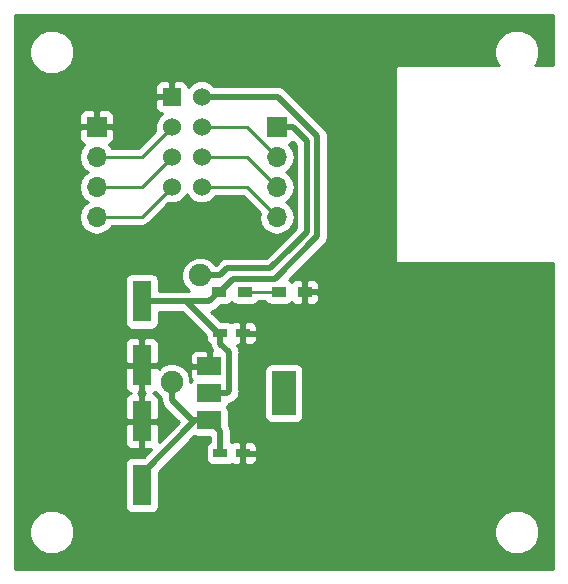
<source format=gtl>
G04 #@! TF.GenerationSoftware,KiCad,Pcbnew,(5.0.0)*
G04 #@! TF.CreationDate,2020-10-27T08:58:59-05:00*
G04 #@! TF.ProjectId,breakout_firstproject,627265616B6F75745F66697273747072,1.0*
G04 #@! TF.SameCoordinates,Original*
G04 #@! TF.FileFunction,Copper,L1,Top,Signal*
G04 #@! TF.FilePolarity,Positive*
%FSLAX46Y46*%
G04 Gerber Fmt 4.6, Leading zero omitted, Abs format (unit mm)*
G04 Created by KiCad (PCBNEW (5.0.0)) date 10/27/20 08:58:59*
%MOMM*%
%LPD*%
G01*
G04 APERTURE LIST*
G04 #@! TA.AperFunction,SMDPad,CuDef*
%ADD10R,1.600000X3.500000*%
G04 #@! TD*
G04 #@! TA.AperFunction,SMDPad,CuDef*
%ADD11R,1.200000X0.750000*%
G04 #@! TD*
G04 #@! TA.AperFunction,SMDPad,CuDef*
%ADD12R,1.200000X0.900000*%
G04 #@! TD*
G04 #@! TA.AperFunction,ComponentPad*
%ADD13O,1.700000X1.700000*%
G04 #@! TD*
G04 #@! TA.AperFunction,ComponentPad*
%ADD14R,1.700000X1.700000*%
G04 #@! TD*
G04 #@! TA.AperFunction,ComponentPad*
%ADD15R,1.524000X1.524000*%
G04 #@! TD*
G04 #@! TA.AperFunction,ComponentPad*
%ADD16C,1.524000*%
G04 #@! TD*
G04 #@! TA.AperFunction,SMDPad,CuDef*
%ADD17R,2.000000X1.500000*%
G04 #@! TD*
G04 #@! TA.AperFunction,SMDPad,CuDef*
%ADD18R,2.000000X3.800000*%
G04 #@! TD*
G04 #@! TA.AperFunction,ViaPad*
%ADD19C,1.905000*%
G04 #@! TD*
G04 #@! TA.AperFunction,Conductor*
%ADD20C,0.508000*%
G04 #@! TD*
G04 #@! TA.AperFunction,Conductor*
%ADD21C,0.250000*%
G04 #@! TD*
G04 #@! TA.AperFunction,Conductor*
%ADD22C,0.254000*%
G04 #@! TD*
G04 APERTURE END LIST*
D10*
G04 #@! TO.P,C1,2*
G04 #@! TO.N,GND*
X154940000Y-99850000D03*
G04 #@! TO.P,C1,1*
G04 #@! TO.N,VCC*
X154940000Y-105250000D03*
G04 #@! TD*
D11*
G04 #@! TO.P,C2,2*
G04 #@! TO.N,GND*
X163510000Y-102550000D03*
G04 #@! TO.P,C2,1*
G04 #@! TO.N,VCC*
X161610000Y-102550000D03*
G04 #@! TD*
D10*
G04 #@! TO.P,C3,1*
G04 #@! TO.N,+3V3*
X154940000Y-89690000D03*
G04 #@! TO.P,C3,2*
G04 #@! TO.N,GND*
X154940000Y-95090000D03*
G04 #@! TD*
D11*
G04 #@! TO.P,C4,1*
G04 #@! TO.N,+3V3*
X161610000Y-92390000D03*
G04 #@! TO.P,C4,2*
G04 #@! TO.N,GND*
X163510000Y-92390000D03*
G04 #@! TD*
D12*
G04 #@! TO.P,D1,2*
G04 #@! TO.N,+3V3*
X161460000Y-88900000D03*
G04 #@! TO.P,D1,1*
G04 #@! TO.N,Net-(D1-Pad1)*
X163660000Y-88900000D03*
G04 #@! TD*
D13*
G04 #@! TO.P,J1,4*
G04 #@! TO.N,MISO*
X151130000Y-82550000D03*
G04 #@! TO.P,J1,3*
G04 #@! TO.N,SCK*
X151130000Y-80010000D03*
G04 #@! TO.P,J1,2*
G04 #@! TO.N,CE*
X151130000Y-77470000D03*
D14*
G04 #@! TO.P,J1,1*
G04 #@! TO.N,GND*
X151130000Y-74930000D03*
G04 #@! TD*
G04 #@! TO.P,J2,1*
G04 #@! TO.N,VCC*
X166370000Y-74930000D03*
D13*
G04 #@! TO.P,J2,2*
G04 #@! TO.N,CSN*
X166370000Y-77470000D03*
G04 #@! TO.P,J2,3*
G04 #@! TO.N,MOSI*
X166370000Y-80010000D03*
G04 #@! TO.P,J2,4*
G04 #@! TO.N,IRQ*
X166370000Y-82550000D03*
G04 #@! TD*
D12*
G04 #@! TO.P,R1,2*
G04 #@! TO.N,GND*
X168740000Y-88900000D03*
G04 #@! TO.P,R1,1*
G04 #@! TO.N,Net-(D1-Pad1)*
X166540000Y-88900000D03*
G04 #@! TD*
D15*
G04 #@! TO.P,U1,1*
G04 #@! TO.N,GND*
X157480000Y-72390000D03*
D16*
G04 #@! TO.P,U1,2*
G04 #@! TO.N,+3V3*
X160020000Y-72390000D03*
G04 #@! TO.P,U1,3*
G04 #@! TO.N,CE*
X157480000Y-74930000D03*
G04 #@! TO.P,U1,4*
G04 #@! TO.N,CSN*
X160020000Y-74930000D03*
G04 #@! TO.P,U1,5*
G04 #@! TO.N,SCK*
X157480000Y-77470000D03*
G04 #@! TO.P,U1,6*
G04 #@! TO.N,MOSI*
X160020000Y-77470000D03*
G04 #@! TO.P,U1,7*
G04 #@! TO.N,MISO*
X157480000Y-80010000D03*
G04 #@! TO.P,U1,8*
G04 #@! TO.N,IRQ*
X160020000Y-80010000D03*
G04 #@! TD*
D17*
G04 #@! TO.P,U2,1*
G04 #@! TO.N,GND*
X160680000Y-95170000D03*
G04 #@! TO.P,U2,3*
G04 #@! TO.N,VCC*
X160680000Y-99770000D03*
G04 #@! TO.P,U2,2*
G04 #@! TO.N,+3V3*
X160680000Y-97470000D03*
D18*
G04 #@! TO.P,U2,4*
G04 #@! TO.N,N/C*
X166980000Y-97470000D03*
G04 #@! TD*
D19*
G04 #@! TO.N,VCC*
X159892185Y-87505228D03*
X157480000Y-96520000D03*
G04 #@! TD*
D20*
G04 #@! TO.N,VCC*
X161610000Y-100700000D02*
X160680000Y-99770000D01*
X161610000Y-102550000D02*
X161610000Y-100700000D01*
X159470000Y-99770000D02*
X160680000Y-99770000D01*
X154940000Y-104300000D02*
X159470000Y-99770000D01*
X154940000Y-105250000D02*
X154940000Y-104300000D01*
X166370000Y-74930000D02*
X167728000Y-74930000D01*
X167728000Y-74930000D02*
X168910000Y-76112000D01*
X168910000Y-76112000D02*
X168910000Y-83820000D01*
X168910000Y-83820000D02*
X167640000Y-85090000D01*
X165842012Y-86887988D02*
X162160689Y-86887988D01*
X162160689Y-86887988D02*
X161543449Y-87505228D01*
X167640000Y-85090000D02*
X165842012Y-86887988D01*
X161543449Y-87505228D02*
X159892185Y-87505228D01*
X159172000Y-99770000D02*
X160680000Y-99770000D01*
X157480000Y-98078000D02*
X159172000Y-99770000D01*
X157480000Y-96520000D02*
X157480000Y-98078000D01*
G04 #@! TO.N,+3V3*
X160670000Y-89690000D02*
X161460000Y-88900000D01*
X158750000Y-89755000D02*
X158750000Y-89690000D01*
X161385000Y-92390000D02*
X158750000Y-89755000D01*
X161610000Y-92390000D02*
X161385000Y-92390000D01*
X154940000Y-89690000D02*
X158750000Y-89690000D01*
X158750000Y-89690000D02*
X160670000Y-89690000D01*
X161610000Y-93273000D02*
X161610000Y-92390000D01*
X162334001Y-93997001D02*
X161610000Y-93273000D01*
X162334001Y-97323999D02*
X162334001Y-93997001D01*
X162188000Y-97470000D02*
X162334001Y-97323999D01*
X160680000Y-97470000D02*
X162188000Y-97470000D01*
X162714001Y-87795999D02*
X161610000Y-88900000D01*
X160020000Y-72390000D02*
X166472121Y-72390000D01*
X161610000Y-88900000D02*
X161460000Y-88900000D01*
X166218122Y-87795999D02*
X162714001Y-87795999D01*
X169818011Y-84196110D02*
X166218122Y-87795999D01*
X169818011Y-75735890D02*
X169818011Y-84196110D01*
X166472121Y-72390000D02*
X169818011Y-75735890D01*
D21*
G04 #@! TO.N,Net-(D1-Pad1)*
X163660000Y-88900000D02*
X166540000Y-88900000D01*
G04 #@! TO.N,MISO*
X154940000Y-82550000D02*
X157480000Y-80010000D01*
X151130000Y-82550000D02*
X154940000Y-82550000D01*
G04 #@! TO.N,SCK*
X154940000Y-80010000D02*
X157480000Y-77470000D01*
X151130000Y-80010000D02*
X154940000Y-80010000D01*
G04 #@! TO.N,CE*
X154940000Y-77470000D02*
X157480000Y-74930000D01*
X151130000Y-77470000D02*
X154940000Y-77470000D01*
G04 #@! TO.N,CSN*
X163830000Y-74930000D02*
X166370000Y-77470000D01*
X160020000Y-74930000D02*
X163830000Y-74930000D01*
G04 #@! TO.N,MOSI*
X163830000Y-77470000D02*
X166370000Y-80010000D01*
X160020000Y-77470000D02*
X163830000Y-77470000D01*
G04 #@! TO.N,IRQ*
X163830000Y-80010000D02*
X166370000Y-82550000D01*
X160020000Y-80010000D02*
X163830000Y-80010000D01*
G04 #@! TD*
D22*
G04 #@! TO.N,GND*
G36*
X189790000Y-69723000D02*
X188212793Y-69723000D01*
X188288026Y-69647767D01*
X188575000Y-68954950D01*
X188575000Y-68205050D01*
X188288026Y-67512233D01*
X187757767Y-66981974D01*
X187064950Y-66695000D01*
X186315050Y-66695000D01*
X185622233Y-66981974D01*
X185091974Y-67512233D01*
X184805000Y-68205050D01*
X184805000Y-68954950D01*
X185091974Y-69647767D01*
X185167207Y-69723000D01*
X176530000Y-69723000D01*
X176481399Y-69732667D01*
X176440197Y-69760197D01*
X176412667Y-69801399D01*
X176403000Y-69850000D01*
X176403000Y-86360000D01*
X176412667Y-86408601D01*
X176440197Y-86449803D01*
X176481399Y-86477333D01*
X176530000Y-86487000D01*
X189790000Y-86487000D01*
X189790001Y-112320000D01*
X144220000Y-112320000D01*
X144220000Y-108845050D01*
X145435000Y-108845050D01*
X145435000Y-109594950D01*
X145721974Y-110287767D01*
X146252233Y-110818026D01*
X146945050Y-111105000D01*
X147694950Y-111105000D01*
X148387767Y-110818026D01*
X148918026Y-110287767D01*
X149205000Y-109594950D01*
X149205000Y-108845050D01*
X184805000Y-108845050D01*
X184805000Y-109594950D01*
X185091974Y-110287767D01*
X185622233Y-110818026D01*
X186315050Y-111105000D01*
X187064950Y-111105000D01*
X187757767Y-110818026D01*
X188288026Y-110287767D01*
X188575000Y-109594950D01*
X188575000Y-108845050D01*
X188288026Y-108152233D01*
X187757767Y-107621974D01*
X187064950Y-107335000D01*
X186315050Y-107335000D01*
X185622233Y-107621974D01*
X185091974Y-108152233D01*
X184805000Y-108845050D01*
X149205000Y-108845050D01*
X148918026Y-108152233D01*
X148387767Y-107621974D01*
X147694950Y-107335000D01*
X146945050Y-107335000D01*
X146252233Y-107621974D01*
X145721974Y-108152233D01*
X145435000Y-108845050D01*
X144220000Y-108845050D01*
X144220000Y-100135750D01*
X153505000Y-100135750D01*
X153505000Y-101726309D01*
X153601673Y-101959698D01*
X153780301Y-102138327D01*
X154013690Y-102235000D01*
X154654250Y-102235000D01*
X154813000Y-102076250D01*
X154813000Y-99977000D01*
X153663750Y-99977000D01*
X153505000Y-100135750D01*
X144220000Y-100135750D01*
X144220000Y-95375750D01*
X153505000Y-95375750D01*
X153505000Y-96966309D01*
X153601673Y-97199698D01*
X153780301Y-97378327D01*
X154001619Y-97470000D01*
X153780301Y-97561673D01*
X153601673Y-97740302D01*
X153505000Y-97973691D01*
X153505000Y-99564250D01*
X153663750Y-99723000D01*
X154813000Y-99723000D01*
X154813000Y-97623750D01*
X154659250Y-97470000D01*
X154813000Y-97316250D01*
X154813000Y-95217000D01*
X153663750Y-95217000D01*
X153505000Y-95375750D01*
X144220000Y-95375750D01*
X144220000Y-93213691D01*
X153505000Y-93213691D01*
X153505000Y-94804250D01*
X153663750Y-94963000D01*
X154813000Y-94963000D01*
X154813000Y-92863750D01*
X155067000Y-92863750D01*
X155067000Y-94963000D01*
X156216250Y-94963000D01*
X156375000Y-94804250D01*
X156375000Y-94293690D01*
X159045000Y-94293690D01*
X159045000Y-94884250D01*
X159203750Y-95043000D01*
X160553000Y-95043000D01*
X160553000Y-93943750D01*
X160394250Y-93785000D01*
X159553691Y-93785000D01*
X159320302Y-93881673D01*
X159141673Y-94060301D01*
X159045000Y-94293690D01*
X156375000Y-94293690D01*
X156375000Y-93213691D01*
X156278327Y-92980302D01*
X156099699Y-92801673D01*
X155866310Y-92705000D01*
X155225750Y-92705000D01*
X155067000Y-92863750D01*
X154813000Y-92863750D01*
X154654250Y-92705000D01*
X154013690Y-92705000D01*
X153780301Y-92801673D01*
X153601673Y-92980302D01*
X153505000Y-93213691D01*
X144220000Y-93213691D01*
X144220000Y-77470000D01*
X149615908Y-77470000D01*
X149731161Y-78049418D01*
X150059375Y-78540625D01*
X150357761Y-78740000D01*
X150059375Y-78939375D01*
X149731161Y-79430582D01*
X149615908Y-80010000D01*
X149731161Y-80589418D01*
X150059375Y-81080625D01*
X150357761Y-81280000D01*
X150059375Y-81479375D01*
X149731161Y-81970582D01*
X149615908Y-82550000D01*
X149731161Y-83129418D01*
X150059375Y-83620625D01*
X150550582Y-83948839D01*
X150983744Y-84035000D01*
X151276256Y-84035000D01*
X151709418Y-83948839D01*
X152200625Y-83620625D01*
X152408178Y-83310000D01*
X154865153Y-83310000D01*
X154940000Y-83324888D01*
X155014847Y-83310000D01*
X155014852Y-83310000D01*
X155236537Y-83265904D01*
X155487929Y-83097929D01*
X155530331Y-83034470D01*
X157170782Y-81394020D01*
X157202119Y-81407000D01*
X157757881Y-81407000D01*
X158271337Y-81194320D01*
X158664320Y-80801337D01*
X158750000Y-80594487D01*
X158835680Y-80801337D01*
X159228663Y-81194320D01*
X159742119Y-81407000D01*
X160297881Y-81407000D01*
X160811337Y-81194320D01*
X161204320Y-80801337D01*
X161217300Y-80770000D01*
X163515199Y-80770000D01*
X164928791Y-82183593D01*
X164855908Y-82550000D01*
X164971161Y-83129418D01*
X165299375Y-83620625D01*
X165790582Y-83948839D01*
X166223744Y-84035000D01*
X166516256Y-84035000D01*
X166949418Y-83948839D01*
X167440625Y-83620625D01*
X167768839Y-83129418D01*
X167884092Y-82550000D01*
X167768839Y-81970582D01*
X167440625Y-81479375D01*
X167142239Y-81280000D01*
X167440625Y-81080625D01*
X167768839Y-80589418D01*
X167884092Y-80010000D01*
X167768839Y-79430582D01*
X167440625Y-78939375D01*
X167142239Y-78740000D01*
X167440625Y-78540625D01*
X167768839Y-78049418D01*
X167884092Y-77470000D01*
X167768839Y-76890582D01*
X167440625Y-76399375D01*
X167422381Y-76387184D01*
X167467765Y-76378157D01*
X167677809Y-76237809D01*
X167718170Y-76177405D01*
X168021000Y-76480236D01*
X168021001Y-83451763D01*
X167073296Y-84399469D01*
X167073293Y-84399471D01*
X165473777Y-85998988D01*
X162248243Y-85998988D01*
X162160688Y-85981572D01*
X162073133Y-85998988D01*
X161813819Y-86050569D01*
X161519756Y-86247055D01*
X161470159Y-86321282D01*
X161211732Y-86579710D01*
X160791432Y-86159410D01*
X160207958Y-85917728D01*
X159576412Y-85917728D01*
X158992938Y-86159410D01*
X158546367Y-86605981D01*
X158304685Y-87189455D01*
X158304685Y-87821001D01*
X158546367Y-88404475D01*
X158942892Y-88801000D01*
X158837556Y-88801000D01*
X158750000Y-88783584D01*
X158662444Y-88801000D01*
X156387440Y-88801000D01*
X156387440Y-87940000D01*
X156338157Y-87692235D01*
X156197809Y-87482191D01*
X155987765Y-87341843D01*
X155740000Y-87292560D01*
X154140000Y-87292560D01*
X153892235Y-87341843D01*
X153682191Y-87482191D01*
X153541843Y-87692235D01*
X153492560Y-87940000D01*
X153492560Y-91440000D01*
X153541843Y-91687765D01*
X153682191Y-91897809D01*
X153892235Y-92038157D01*
X154140000Y-92087440D01*
X155740000Y-92087440D01*
X155987765Y-92038157D01*
X156197809Y-91897809D01*
X156338157Y-91687765D01*
X156387440Y-91440000D01*
X156387440Y-90579000D01*
X158316765Y-90579000D01*
X160362560Y-92624796D01*
X160362560Y-92765000D01*
X160411843Y-93012765D01*
X160552191Y-93222809D01*
X160715276Y-93331780D01*
X160721000Y-93360555D01*
X160772581Y-93619869D01*
X160916095Y-93834655D01*
X160807000Y-93943750D01*
X160807000Y-95043000D01*
X160827000Y-95043000D01*
X160827000Y-95297000D01*
X160807000Y-95297000D01*
X160807000Y-95317000D01*
X160553000Y-95317000D01*
X160553000Y-95297000D01*
X159203750Y-95297000D01*
X159045000Y-95455750D01*
X159045000Y-96046310D01*
X159141673Y-96279699D01*
X159182927Y-96320953D01*
X159081843Y-96472235D01*
X159067500Y-96544343D01*
X159067500Y-96204227D01*
X158825818Y-95620753D01*
X158379247Y-95174182D01*
X157795773Y-94932500D01*
X157164227Y-94932500D01*
X156580753Y-95174182D01*
X156375000Y-95379935D01*
X156375000Y-95375750D01*
X156216250Y-95217000D01*
X155067000Y-95217000D01*
X155067000Y-97316250D01*
X155220750Y-97470000D01*
X155067000Y-97623750D01*
X155067000Y-99723000D01*
X156216250Y-99723000D01*
X156375000Y-99564250D01*
X156375000Y-97973691D01*
X156278327Y-97740302D01*
X156099699Y-97561673D01*
X155878381Y-97470000D01*
X156099699Y-97378327D01*
X156112097Y-97365929D01*
X156134182Y-97419247D01*
X156580753Y-97865818D01*
X156591001Y-97870063D01*
X156591001Y-97990441D01*
X156573584Y-98078000D01*
X156632177Y-98372560D01*
X156642582Y-98424870D01*
X156839068Y-98718933D01*
X156913294Y-98768529D01*
X158063764Y-99919000D01*
X156375000Y-101607765D01*
X156375000Y-100135750D01*
X156216250Y-99977000D01*
X155067000Y-99977000D01*
X155067000Y-102076250D01*
X155225750Y-102235000D01*
X155747765Y-102235000D01*
X155130205Y-102852560D01*
X154140000Y-102852560D01*
X153892235Y-102901843D01*
X153682191Y-103042191D01*
X153541843Y-103252235D01*
X153492560Y-103500000D01*
X153492560Y-107000000D01*
X153541843Y-107247765D01*
X153682191Y-107457809D01*
X153892235Y-107598157D01*
X154140000Y-107647440D01*
X155740000Y-107647440D01*
X155987765Y-107598157D01*
X156197809Y-107457809D01*
X156338157Y-107247765D01*
X156387440Y-107000000D01*
X156387440Y-104109795D01*
X159400370Y-101096866D01*
X159432235Y-101118157D01*
X159680000Y-101167440D01*
X160721001Y-101167440D01*
X160721001Y-101604395D01*
X160552191Y-101717191D01*
X160411843Y-101927235D01*
X160362560Y-102175000D01*
X160362560Y-102925000D01*
X160411843Y-103172765D01*
X160552191Y-103382809D01*
X160762235Y-103523157D01*
X161010000Y-103572440D01*
X162210000Y-103572440D01*
X162457765Y-103523157D01*
X162549102Y-103462127D01*
X162550302Y-103463327D01*
X162783691Y-103560000D01*
X163224250Y-103560000D01*
X163383000Y-103401250D01*
X163383000Y-102677000D01*
X163637000Y-102677000D01*
X163637000Y-103401250D01*
X163795750Y-103560000D01*
X164236309Y-103560000D01*
X164469698Y-103463327D01*
X164648327Y-103284699D01*
X164745000Y-103051310D01*
X164745000Y-102835750D01*
X164586250Y-102677000D01*
X163637000Y-102677000D01*
X163383000Y-102677000D01*
X163363000Y-102677000D01*
X163363000Y-102423000D01*
X163383000Y-102423000D01*
X163383000Y-101698750D01*
X163637000Y-101698750D01*
X163637000Y-102423000D01*
X164586250Y-102423000D01*
X164745000Y-102264250D01*
X164745000Y-102048690D01*
X164648327Y-101815301D01*
X164469698Y-101636673D01*
X164236309Y-101540000D01*
X163795750Y-101540000D01*
X163637000Y-101698750D01*
X163383000Y-101698750D01*
X163224250Y-101540000D01*
X162783691Y-101540000D01*
X162550302Y-101636673D01*
X162549102Y-101637873D01*
X162499000Y-101604396D01*
X162499000Y-100787556D01*
X162516416Y-100700000D01*
X162447419Y-100353129D01*
X162327440Y-100173568D01*
X162327440Y-99020000D01*
X162278157Y-98772235D01*
X162176436Y-98620000D01*
X162278157Y-98467765D01*
X162300790Y-98353981D01*
X162534870Y-98307419D01*
X162828933Y-98110933D01*
X162878531Y-98036704D01*
X162900705Y-98014530D01*
X162974934Y-97964932D01*
X163171420Y-97670869D01*
X163223001Y-97411555D01*
X163223001Y-97411554D01*
X163240417Y-97323999D01*
X163223001Y-97236443D01*
X163223001Y-95570000D01*
X165332560Y-95570000D01*
X165332560Y-99370000D01*
X165381843Y-99617765D01*
X165522191Y-99827809D01*
X165732235Y-99968157D01*
X165980000Y-100017440D01*
X167980000Y-100017440D01*
X168227765Y-99968157D01*
X168437809Y-99827809D01*
X168578157Y-99617765D01*
X168627440Y-99370000D01*
X168627440Y-95570000D01*
X168578157Y-95322235D01*
X168437809Y-95112191D01*
X168227765Y-94971843D01*
X167980000Y-94922560D01*
X165980000Y-94922560D01*
X165732235Y-94971843D01*
X165522191Y-95112191D01*
X165381843Y-95322235D01*
X165332560Y-95570000D01*
X163223001Y-95570000D01*
X163223001Y-94084555D01*
X163240417Y-93997000D01*
X163198247Y-93785000D01*
X163171420Y-93650131D01*
X163004288Y-93400000D01*
X163224250Y-93400000D01*
X163383000Y-93241250D01*
X163383000Y-92517000D01*
X163637000Y-92517000D01*
X163637000Y-93241250D01*
X163795750Y-93400000D01*
X164236309Y-93400000D01*
X164469698Y-93303327D01*
X164648327Y-93124699D01*
X164745000Y-92891310D01*
X164745000Y-92675750D01*
X164586250Y-92517000D01*
X163637000Y-92517000D01*
X163383000Y-92517000D01*
X163363000Y-92517000D01*
X163363000Y-92263000D01*
X163383000Y-92263000D01*
X163383000Y-91538750D01*
X163637000Y-91538750D01*
X163637000Y-92263000D01*
X164586250Y-92263000D01*
X164745000Y-92104250D01*
X164745000Y-91888690D01*
X164648327Y-91655301D01*
X164469698Y-91476673D01*
X164236309Y-91380000D01*
X163795750Y-91380000D01*
X163637000Y-91538750D01*
X163383000Y-91538750D01*
X163224250Y-91380000D01*
X162783691Y-91380000D01*
X162550302Y-91476673D01*
X162549102Y-91477873D01*
X162457765Y-91416843D01*
X162210000Y-91367560D01*
X161619796Y-91367560D01*
X160819011Y-90566776D01*
X161016870Y-90527419D01*
X161310933Y-90330933D01*
X161360531Y-90256704D01*
X161619795Y-89997440D01*
X162060000Y-89997440D01*
X162307765Y-89948157D01*
X162517809Y-89807809D01*
X162560000Y-89744666D01*
X162602191Y-89807809D01*
X162812235Y-89948157D01*
X163060000Y-89997440D01*
X164260000Y-89997440D01*
X164507765Y-89948157D01*
X164717809Y-89807809D01*
X164816573Y-89660000D01*
X165383427Y-89660000D01*
X165482191Y-89807809D01*
X165692235Y-89948157D01*
X165940000Y-89997440D01*
X167140000Y-89997440D01*
X167387765Y-89948157D01*
X167597809Y-89807809D01*
X167638654Y-89746680D01*
X167780302Y-89888327D01*
X168013691Y-89985000D01*
X168454250Y-89985000D01*
X168613000Y-89826250D01*
X168613000Y-89027000D01*
X168867000Y-89027000D01*
X168867000Y-89826250D01*
X169025750Y-89985000D01*
X169466309Y-89985000D01*
X169699698Y-89888327D01*
X169878327Y-89709699D01*
X169975000Y-89476310D01*
X169975000Y-89185750D01*
X169816250Y-89027000D01*
X168867000Y-89027000D01*
X168613000Y-89027000D01*
X168593000Y-89027000D01*
X168593000Y-88773000D01*
X168613000Y-88773000D01*
X168613000Y-87973750D01*
X168867000Y-87973750D01*
X168867000Y-88773000D01*
X169816250Y-88773000D01*
X169975000Y-88614250D01*
X169975000Y-88323690D01*
X169878327Y-88090301D01*
X169699698Y-87911673D01*
X169466309Y-87815000D01*
X169025750Y-87815000D01*
X168867000Y-87973750D01*
X168613000Y-87973750D01*
X168454250Y-87815000D01*
X168013691Y-87815000D01*
X167780302Y-87911673D01*
X167638654Y-88053320D01*
X167597809Y-87992191D01*
X167406797Y-87864560D01*
X170384718Y-84886639D01*
X170458944Y-84837043D01*
X170655430Y-84542980D01*
X170707011Y-84283666D01*
X170707011Y-84283665D01*
X170724427Y-84196110D01*
X170707011Y-84108555D01*
X170707011Y-75823444D01*
X170724427Y-75735889D01*
X170691615Y-75570933D01*
X170655430Y-75389020D01*
X170458944Y-75094957D01*
X170384718Y-75045361D01*
X167162652Y-71823296D01*
X167113054Y-71749067D01*
X166818991Y-71552581D01*
X166559677Y-71501000D01*
X166559676Y-71501000D01*
X166472121Y-71483584D01*
X166384566Y-71501000D01*
X161106657Y-71501000D01*
X160811337Y-71205680D01*
X160297881Y-70993000D01*
X159742119Y-70993000D01*
X159228663Y-71205680D01*
X158877000Y-71557343D01*
X158877000Y-71501690D01*
X158780327Y-71268301D01*
X158601698Y-71089673D01*
X158368309Y-70993000D01*
X157765750Y-70993000D01*
X157607000Y-71151750D01*
X157607000Y-72263000D01*
X157627000Y-72263000D01*
X157627000Y-72517000D01*
X157607000Y-72517000D01*
X157607000Y-72537000D01*
X157353000Y-72537000D01*
X157353000Y-72517000D01*
X156241750Y-72517000D01*
X156083000Y-72675750D01*
X156083000Y-73278310D01*
X156179673Y-73511699D01*
X156358302Y-73690327D01*
X156591691Y-73787000D01*
X156647343Y-73787000D01*
X156295680Y-74138663D01*
X156083000Y-74652119D01*
X156083000Y-75207881D01*
X156095980Y-75239218D01*
X154625199Y-76710000D01*
X152408178Y-76710000D01*
X152200625Y-76399375D01*
X152178967Y-76384904D01*
X152339698Y-76318327D01*
X152518327Y-76139699D01*
X152615000Y-75906310D01*
X152615000Y-75215750D01*
X152456250Y-75057000D01*
X151257000Y-75057000D01*
X151257000Y-75077000D01*
X151003000Y-75077000D01*
X151003000Y-75057000D01*
X149803750Y-75057000D01*
X149645000Y-75215750D01*
X149645000Y-75906310D01*
X149741673Y-76139699D01*
X149920302Y-76318327D01*
X150081033Y-76384904D01*
X150059375Y-76399375D01*
X149731161Y-76890582D01*
X149615908Y-77470000D01*
X144220000Y-77470000D01*
X144220000Y-73953690D01*
X149645000Y-73953690D01*
X149645000Y-74644250D01*
X149803750Y-74803000D01*
X151003000Y-74803000D01*
X151003000Y-73603750D01*
X151257000Y-73603750D01*
X151257000Y-74803000D01*
X152456250Y-74803000D01*
X152615000Y-74644250D01*
X152615000Y-73953690D01*
X152518327Y-73720301D01*
X152339698Y-73541673D01*
X152106309Y-73445000D01*
X151415750Y-73445000D01*
X151257000Y-73603750D01*
X151003000Y-73603750D01*
X150844250Y-73445000D01*
X150153691Y-73445000D01*
X149920302Y-73541673D01*
X149741673Y-73720301D01*
X149645000Y-73953690D01*
X144220000Y-73953690D01*
X144220000Y-71501690D01*
X156083000Y-71501690D01*
X156083000Y-72104250D01*
X156241750Y-72263000D01*
X157353000Y-72263000D01*
X157353000Y-71151750D01*
X157194250Y-70993000D01*
X156591691Y-70993000D01*
X156358302Y-71089673D01*
X156179673Y-71268301D01*
X156083000Y-71501690D01*
X144220000Y-71501690D01*
X144220000Y-68205050D01*
X145435000Y-68205050D01*
X145435000Y-68954950D01*
X145721974Y-69647767D01*
X146252233Y-70178026D01*
X146945050Y-70465000D01*
X147694950Y-70465000D01*
X148387767Y-70178026D01*
X148918026Y-69647767D01*
X149205000Y-68954950D01*
X149205000Y-68205050D01*
X148918026Y-67512233D01*
X148387767Y-66981974D01*
X147694950Y-66695000D01*
X146945050Y-66695000D01*
X146252233Y-66981974D01*
X145721974Y-67512233D01*
X145435000Y-68205050D01*
X144220000Y-68205050D01*
X144220000Y-65480000D01*
X189790000Y-65480000D01*
X189790000Y-69723000D01*
X189790000Y-69723000D01*
G37*
X189790000Y-69723000D02*
X188212793Y-69723000D01*
X188288026Y-69647767D01*
X188575000Y-68954950D01*
X188575000Y-68205050D01*
X188288026Y-67512233D01*
X187757767Y-66981974D01*
X187064950Y-66695000D01*
X186315050Y-66695000D01*
X185622233Y-66981974D01*
X185091974Y-67512233D01*
X184805000Y-68205050D01*
X184805000Y-68954950D01*
X185091974Y-69647767D01*
X185167207Y-69723000D01*
X176530000Y-69723000D01*
X176481399Y-69732667D01*
X176440197Y-69760197D01*
X176412667Y-69801399D01*
X176403000Y-69850000D01*
X176403000Y-86360000D01*
X176412667Y-86408601D01*
X176440197Y-86449803D01*
X176481399Y-86477333D01*
X176530000Y-86487000D01*
X189790000Y-86487000D01*
X189790001Y-112320000D01*
X144220000Y-112320000D01*
X144220000Y-108845050D01*
X145435000Y-108845050D01*
X145435000Y-109594950D01*
X145721974Y-110287767D01*
X146252233Y-110818026D01*
X146945050Y-111105000D01*
X147694950Y-111105000D01*
X148387767Y-110818026D01*
X148918026Y-110287767D01*
X149205000Y-109594950D01*
X149205000Y-108845050D01*
X184805000Y-108845050D01*
X184805000Y-109594950D01*
X185091974Y-110287767D01*
X185622233Y-110818026D01*
X186315050Y-111105000D01*
X187064950Y-111105000D01*
X187757767Y-110818026D01*
X188288026Y-110287767D01*
X188575000Y-109594950D01*
X188575000Y-108845050D01*
X188288026Y-108152233D01*
X187757767Y-107621974D01*
X187064950Y-107335000D01*
X186315050Y-107335000D01*
X185622233Y-107621974D01*
X185091974Y-108152233D01*
X184805000Y-108845050D01*
X149205000Y-108845050D01*
X148918026Y-108152233D01*
X148387767Y-107621974D01*
X147694950Y-107335000D01*
X146945050Y-107335000D01*
X146252233Y-107621974D01*
X145721974Y-108152233D01*
X145435000Y-108845050D01*
X144220000Y-108845050D01*
X144220000Y-100135750D01*
X153505000Y-100135750D01*
X153505000Y-101726309D01*
X153601673Y-101959698D01*
X153780301Y-102138327D01*
X154013690Y-102235000D01*
X154654250Y-102235000D01*
X154813000Y-102076250D01*
X154813000Y-99977000D01*
X153663750Y-99977000D01*
X153505000Y-100135750D01*
X144220000Y-100135750D01*
X144220000Y-95375750D01*
X153505000Y-95375750D01*
X153505000Y-96966309D01*
X153601673Y-97199698D01*
X153780301Y-97378327D01*
X154001619Y-97470000D01*
X153780301Y-97561673D01*
X153601673Y-97740302D01*
X153505000Y-97973691D01*
X153505000Y-99564250D01*
X153663750Y-99723000D01*
X154813000Y-99723000D01*
X154813000Y-97623750D01*
X154659250Y-97470000D01*
X154813000Y-97316250D01*
X154813000Y-95217000D01*
X153663750Y-95217000D01*
X153505000Y-95375750D01*
X144220000Y-95375750D01*
X144220000Y-93213691D01*
X153505000Y-93213691D01*
X153505000Y-94804250D01*
X153663750Y-94963000D01*
X154813000Y-94963000D01*
X154813000Y-92863750D01*
X155067000Y-92863750D01*
X155067000Y-94963000D01*
X156216250Y-94963000D01*
X156375000Y-94804250D01*
X156375000Y-94293690D01*
X159045000Y-94293690D01*
X159045000Y-94884250D01*
X159203750Y-95043000D01*
X160553000Y-95043000D01*
X160553000Y-93943750D01*
X160394250Y-93785000D01*
X159553691Y-93785000D01*
X159320302Y-93881673D01*
X159141673Y-94060301D01*
X159045000Y-94293690D01*
X156375000Y-94293690D01*
X156375000Y-93213691D01*
X156278327Y-92980302D01*
X156099699Y-92801673D01*
X155866310Y-92705000D01*
X155225750Y-92705000D01*
X155067000Y-92863750D01*
X154813000Y-92863750D01*
X154654250Y-92705000D01*
X154013690Y-92705000D01*
X153780301Y-92801673D01*
X153601673Y-92980302D01*
X153505000Y-93213691D01*
X144220000Y-93213691D01*
X144220000Y-77470000D01*
X149615908Y-77470000D01*
X149731161Y-78049418D01*
X150059375Y-78540625D01*
X150357761Y-78740000D01*
X150059375Y-78939375D01*
X149731161Y-79430582D01*
X149615908Y-80010000D01*
X149731161Y-80589418D01*
X150059375Y-81080625D01*
X150357761Y-81280000D01*
X150059375Y-81479375D01*
X149731161Y-81970582D01*
X149615908Y-82550000D01*
X149731161Y-83129418D01*
X150059375Y-83620625D01*
X150550582Y-83948839D01*
X150983744Y-84035000D01*
X151276256Y-84035000D01*
X151709418Y-83948839D01*
X152200625Y-83620625D01*
X152408178Y-83310000D01*
X154865153Y-83310000D01*
X154940000Y-83324888D01*
X155014847Y-83310000D01*
X155014852Y-83310000D01*
X155236537Y-83265904D01*
X155487929Y-83097929D01*
X155530331Y-83034470D01*
X157170782Y-81394020D01*
X157202119Y-81407000D01*
X157757881Y-81407000D01*
X158271337Y-81194320D01*
X158664320Y-80801337D01*
X158750000Y-80594487D01*
X158835680Y-80801337D01*
X159228663Y-81194320D01*
X159742119Y-81407000D01*
X160297881Y-81407000D01*
X160811337Y-81194320D01*
X161204320Y-80801337D01*
X161217300Y-80770000D01*
X163515199Y-80770000D01*
X164928791Y-82183593D01*
X164855908Y-82550000D01*
X164971161Y-83129418D01*
X165299375Y-83620625D01*
X165790582Y-83948839D01*
X166223744Y-84035000D01*
X166516256Y-84035000D01*
X166949418Y-83948839D01*
X167440625Y-83620625D01*
X167768839Y-83129418D01*
X167884092Y-82550000D01*
X167768839Y-81970582D01*
X167440625Y-81479375D01*
X167142239Y-81280000D01*
X167440625Y-81080625D01*
X167768839Y-80589418D01*
X167884092Y-80010000D01*
X167768839Y-79430582D01*
X167440625Y-78939375D01*
X167142239Y-78740000D01*
X167440625Y-78540625D01*
X167768839Y-78049418D01*
X167884092Y-77470000D01*
X167768839Y-76890582D01*
X167440625Y-76399375D01*
X167422381Y-76387184D01*
X167467765Y-76378157D01*
X167677809Y-76237809D01*
X167718170Y-76177405D01*
X168021000Y-76480236D01*
X168021001Y-83451763D01*
X167073296Y-84399469D01*
X167073293Y-84399471D01*
X165473777Y-85998988D01*
X162248243Y-85998988D01*
X162160688Y-85981572D01*
X162073133Y-85998988D01*
X161813819Y-86050569D01*
X161519756Y-86247055D01*
X161470159Y-86321282D01*
X161211732Y-86579710D01*
X160791432Y-86159410D01*
X160207958Y-85917728D01*
X159576412Y-85917728D01*
X158992938Y-86159410D01*
X158546367Y-86605981D01*
X158304685Y-87189455D01*
X158304685Y-87821001D01*
X158546367Y-88404475D01*
X158942892Y-88801000D01*
X158837556Y-88801000D01*
X158750000Y-88783584D01*
X158662444Y-88801000D01*
X156387440Y-88801000D01*
X156387440Y-87940000D01*
X156338157Y-87692235D01*
X156197809Y-87482191D01*
X155987765Y-87341843D01*
X155740000Y-87292560D01*
X154140000Y-87292560D01*
X153892235Y-87341843D01*
X153682191Y-87482191D01*
X153541843Y-87692235D01*
X153492560Y-87940000D01*
X153492560Y-91440000D01*
X153541843Y-91687765D01*
X153682191Y-91897809D01*
X153892235Y-92038157D01*
X154140000Y-92087440D01*
X155740000Y-92087440D01*
X155987765Y-92038157D01*
X156197809Y-91897809D01*
X156338157Y-91687765D01*
X156387440Y-91440000D01*
X156387440Y-90579000D01*
X158316765Y-90579000D01*
X160362560Y-92624796D01*
X160362560Y-92765000D01*
X160411843Y-93012765D01*
X160552191Y-93222809D01*
X160715276Y-93331780D01*
X160721000Y-93360555D01*
X160772581Y-93619869D01*
X160916095Y-93834655D01*
X160807000Y-93943750D01*
X160807000Y-95043000D01*
X160827000Y-95043000D01*
X160827000Y-95297000D01*
X160807000Y-95297000D01*
X160807000Y-95317000D01*
X160553000Y-95317000D01*
X160553000Y-95297000D01*
X159203750Y-95297000D01*
X159045000Y-95455750D01*
X159045000Y-96046310D01*
X159141673Y-96279699D01*
X159182927Y-96320953D01*
X159081843Y-96472235D01*
X159067500Y-96544343D01*
X159067500Y-96204227D01*
X158825818Y-95620753D01*
X158379247Y-95174182D01*
X157795773Y-94932500D01*
X157164227Y-94932500D01*
X156580753Y-95174182D01*
X156375000Y-95379935D01*
X156375000Y-95375750D01*
X156216250Y-95217000D01*
X155067000Y-95217000D01*
X155067000Y-97316250D01*
X155220750Y-97470000D01*
X155067000Y-97623750D01*
X155067000Y-99723000D01*
X156216250Y-99723000D01*
X156375000Y-99564250D01*
X156375000Y-97973691D01*
X156278327Y-97740302D01*
X156099699Y-97561673D01*
X155878381Y-97470000D01*
X156099699Y-97378327D01*
X156112097Y-97365929D01*
X156134182Y-97419247D01*
X156580753Y-97865818D01*
X156591001Y-97870063D01*
X156591001Y-97990441D01*
X156573584Y-98078000D01*
X156632177Y-98372560D01*
X156642582Y-98424870D01*
X156839068Y-98718933D01*
X156913294Y-98768529D01*
X158063764Y-99919000D01*
X156375000Y-101607765D01*
X156375000Y-100135750D01*
X156216250Y-99977000D01*
X155067000Y-99977000D01*
X155067000Y-102076250D01*
X155225750Y-102235000D01*
X155747765Y-102235000D01*
X155130205Y-102852560D01*
X154140000Y-102852560D01*
X153892235Y-102901843D01*
X153682191Y-103042191D01*
X153541843Y-103252235D01*
X153492560Y-103500000D01*
X153492560Y-107000000D01*
X153541843Y-107247765D01*
X153682191Y-107457809D01*
X153892235Y-107598157D01*
X154140000Y-107647440D01*
X155740000Y-107647440D01*
X155987765Y-107598157D01*
X156197809Y-107457809D01*
X156338157Y-107247765D01*
X156387440Y-107000000D01*
X156387440Y-104109795D01*
X159400370Y-101096866D01*
X159432235Y-101118157D01*
X159680000Y-101167440D01*
X160721001Y-101167440D01*
X160721001Y-101604395D01*
X160552191Y-101717191D01*
X160411843Y-101927235D01*
X160362560Y-102175000D01*
X160362560Y-102925000D01*
X160411843Y-103172765D01*
X160552191Y-103382809D01*
X160762235Y-103523157D01*
X161010000Y-103572440D01*
X162210000Y-103572440D01*
X162457765Y-103523157D01*
X162549102Y-103462127D01*
X162550302Y-103463327D01*
X162783691Y-103560000D01*
X163224250Y-103560000D01*
X163383000Y-103401250D01*
X163383000Y-102677000D01*
X163637000Y-102677000D01*
X163637000Y-103401250D01*
X163795750Y-103560000D01*
X164236309Y-103560000D01*
X164469698Y-103463327D01*
X164648327Y-103284699D01*
X164745000Y-103051310D01*
X164745000Y-102835750D01*
X164586250Y-102677000D01*
X163637000Y-102677000D01*
X163383000Y-102677000D01*
X163363000Y-102677000D01*
X163363000Y-102423000D01*
X163383000Y-102423000D01*
X163383000Y-101698750D01*
X163637000Y-101698750D01*
X163637000Y-102423000D01*
X164586250Y-102423000D01*
X164745000Y-102264250D01*
X164745000Y-102048690D01*
X164648327Y-101815301D01*
X164469698Y-101636673D01*
X164236309Y-101540000D01*
X163795750Y-101540000D01*
X163637000Y-101698750D01*
X163383000Y-101698750D01*
X163224250Y-101540000D01*
X162783691Y-101540000D01*
X162550302Y-101636673D01*
X162549102Y-101637873D01*
X162499000Y-101604396D01*
X162499000Y-100787556D01*
X162516416Y-100700000D01*
X162447419Y-100353129D01*
X162327440Y-100173568D01*
X162327440Y-99020000D01*
X162278157Y-98772235D01*
X162176436Y-98620000D01*
X162278157Y-98467765D01*
X162300790Y-98353981D01*
X162534870Y-98307419D01*
X162828933Y-98110933D01*
X162878531Y-98036704D01*
X162900705Y-98014530D01*
X162974934Y-97964932D01*
X163171420Y-97670869D01*
X163223001Y-97411555D01*
X163223001Y-97411554D01*
X163240417Y-97323999D01*
X163223001Y-97236443D01*
X163223001Y-95570000D01*
X165332560Y-95570000D01*
X165332560Y-99370000D01*
X165381843Y-99617765D01*
X165522191Y-99827809D01*
X165732235Y-99968157D01*
X165980000Y-100017440D01*
X167980000Y-100017440D01*
X168227765Y-99968157D01*
X168437809Y-99827809D01*
X168578157Y-99617765D01*
X168627440Y-99370000D01*
X168627440Y-95570000D01*
X168578157Y-95322235D01*
X168437809Y-95112191D01*
X168227765Y-94971843D01*
X167980000Y-94922560D01*
X165980000Y-94922560D01*
X165732235Y-94971843D01*
X165522191Y-95112191D01*
X165381843Y-95322235D01*
X165332560Y-95570000D01*
X163223001Y-95570000D01*
X163223001Y-94084555D01*
X163240417Y-93997000D01*
X163198247Y-93785000D01*
X163171420Y-93650131D01*
X163004288Y-93400000D01*
X163224250Y-93400000D01*
X163383000Y-93241250D01*
X163383000Y-92517000D01*
X163637000Y-92517000D01*
X163637000Y-93241250D01*
X163795750Y-93400000D01*
X164236309Y-93400000D01*
X164469698Y-93303327D01*
X164648327Y-93124699D01*
X164745000Y-92891310D01*
X164745000Y-92675750D01*
X164586250Y-92517000D01*
X163637000Y-92517000D01*
X163383000Y-92517000D01*
X163363000Y-92517000D01*
X163363000Y-92263000D01*
X163383000Y-92263000D01*
X163383000Y-91538750D01*
X163637000Y-91538750D01*
X163637000Y-92263000D01*
X164586250Y-92263000D01*
X164745000Y-92104250D01*
X164745000Y-91888690D01*
X164648327Y-91655301D01*
X164469698Y-91476673D01*
X164236309Y-91380000D01*
X163795750Y-91380000D01*
X163637000Y-91538750D01*
X163383000Y-91538750D01*
X163224250Y-91380000D01*
X162783691Y-91380000D01*
X162550302Y-91476673D01*
X162549102Y-91477873D01*
X162457765Y-91416843D01*
X162210000Y-91367560D01*
X161619796Y-91367560D01*
X160819011Y-90566776D01*
X161016870Y-90527419D01*
X161310933Y-90330933D01*
X161360531Y-90256704D01*
X161619795Y-89997440D01*
X162060000Y-89997440D01*
X162307765Y-89948157D01*
X162517809Y-89807809D01*
X162560000Y-89744666D01*
X162602191Y-89807809D01*
X162812235Y-89948157D01*
X163060000Y-89997440D01*
X164260000Y-89997440D01*
X164507765Y-89948157D01*
X164717809Y-89807809D01*
X164816573Y-89660000D01*
X165383427Y-89660000D01*
X165482191Y-89807809D01*
X165692235Y-89948157D01*
X165940000Y-89997440D01*
X167140000Y-89997440D01*
X167387765Y-89948157D01*
X167597809Y-89807809D01*
X167638654Y-89746680D01*
X167780302Y-89888327D01*
X168013691Y-89985000D01*
X168454250Y-89985000D01*
X168613000Y-89826250D01*
X168613000Y-89027000D01*
X168867000Y-89027000D01*
X168867000Y-89826250D01*
X169025750Y-89985000D01*
X169466309Y-89985000D01*
X169699698Y-89888327D01*
X169878327Y-89709699D01*
X169975000Y-89476310D01*
X169975000Y-89185750D01*
X169816250Y-89027000D01*
X168867000Y-89027000D01*
X168613000Y-89027000D01*
X168593000Y-89027000D01*
X168593000Y-88773000D01*
X168613000Y-88773000D01*
X168613000Y-87973750D01*
X168867000Y-87973750D01*
X168867000Y-88773000D01*
X169816250Y-88773000D01*
X169975000Y-88614250D01*
X169975000Y-88323690D01*
X169878327Y-88090301D01*
X169699698Y-87911673D01*
X169466309Y-87815000D01*
X169025750Y-87815000D01*
X168867000Y-87973750D01*
X168613000Y-87973750D01*
X168454250Y-87815000D01*
X168013691Y-87815000D01*
X167780302Y-87911673D01*
X167638654Y-88053320D01*
X167597809Y-87992191D01*
X167406797Y-87864560D01*
X170384718Y-84886639D01*
X170458944Y-84837043D01*
X170655430Y-84542980D01*
X170707011Y-84283666D01*
X170707011Y-84283665D01*
X170724427Y-84196110D01*
X170707011Y-84108555D01*
X170707011Y-75823444D01*
X170724427Y-75735889D01*
X170691615Y-75570933D01*
X170655430Y-75389020D01*
X170458944Y-75094957D01*
X170384718Y-75045361D01*
X167162652Y-71823296D01*
X167113054Y-71749067D01*
X166818991Y-71552581D01*
X166559677Y-71501000D01*
X166559676Y-71501000D01*
X166472121Y-71483584D01*
X166384566Y-71501000D01*
X161106657Y-71501000D01*
X160811337Y-71205680D01*
X160297881Y-70993000D01*
X159742119Y-70993000D01*
X159228663Y-71205680D01*
X158877000Y-71557343D01*
X158877000Y-71501690D01*
X158780327Y-71268301D01*
X158601698Y-71089673D01*
X158368309Y-70993000D01*
X157765750Y-70993000D01*
X157607000Y-71151750D01*
X157607000Y-72263000D01*
X157627000Y-72263000D01*
X157627000Y-72517000D01*
X157607000Y-72517000D01*
X157607000Y-72537000D01*
X157353000Y-72537000D01*
X157353000Y-72517000D01*
X156241750Y-72517000D01*
X156083000Y-72675750D01*
X156083000Y-73278310D01*
X156179673Y-73511699D01*
X156358302Y-73690327D01*
X156591691Y-73787000D01*
X156647343Y-73787000D01*
X156295680Y-74138663D01*
X156083000Y-74652119D01*
X156083000Y-75207881D01*
X156095980Y-75239218D01*
X154625199Y-76710000D01*
X152408178Y-76710000D01*
X152200625Y-76399375D01*
X152178967Y-76384904D01*
X152339698Y-76318327D01*
X152518327Y-76139699D01*
X152615000Y-75906310D01*
X152615000Y-75215750D01*
X152456250Y-75057000D01*
X151257000Y-75057000D01*
X151257000Y-75077000D01*
X151003000Y-75077000D01*
X151003000Y-75057000D01*
X149803750Y-75057000D01*
X149645000Y-75215750D01*
X149645000Y-75906310D01*
X149741673Y-76139699D01*
X149920302Y-76318327D01*
X150081033Y-76384904D01*
X150059375Y-76399375D01*
X149731161Y-76890582D01*
X149615908Y-77470000D01*
X144220000Y-77470000D01*
X144220000Y-73953690D01*
X149645000Y-73953690D01*
X149645000Y-74644250D01*
X149803750Y-74803000D01*
X151003000Y-74803000D01*
X151003000Y-73603750D01*
X151257000Y-73603750D01*
X151257000Y-74803000D01*
X152456250Y-74803000D01*
X152615000Y-74644250D01*
X152615000Y-73953690D01*
X152518327Y-73720301D01*
X152339698Y-73541673D01*
X152106309Y-73445000D01*
X151415750Y-73445000D01*
X151257000Y-73603750D01*
X151003000Y-73603750D01*
X150844250Y-73445000D01*
X150153691Y-73445000D01*
X149920302Y-73541673D01*
X149741673Y-73720301D01*
X149645000Y-73953690D01*
X144220000Y-73953690D01*
X144220000Y-71501690D01*
X156083000Y-71501690D01*
X156083000Y-72104250D01*
X156241750Y-72263000D01*
X157353000Y-72263000D01*
X157353000Y-71151750D01*
X157194250Y-70993000D01*
X156591691Y-70993000D01*
X156358302Y-71089673D01*
X156179673Y-71268301D01*
X156083000Y-71501690D01*
X144220000Y-71501690D01*
X144220000Y-68205050D01*
X145435000Y-68205050D01*
X145435000Y-68954950D01*
X145721974Y-69647767D01*
X146252233Y-70178026D01*
X146945050Y-70465000D01*
X147694950Y-70465000D01*
X148387767Y-70178026D01*
X148918026Y-69647767D01*
X149205000Y-68954950D01*
X149205000Y-68205050D01*
X148918026Y-67512233D01*
X148387767Y-66981974D01*
X147694950Y-66695000D01*
X146945050Y-66695000D01*
X146252233Y-66981974D01*
X145721974Y-67512233D01*
X145435000Y-68205050D01*
X144220000Y-68205050D01*
X144220000Y-65480000D01*
X189790000Y-65480000D01*
X189790000Y-69723000D01*
G04 #@! TD*
M02*

</source>
